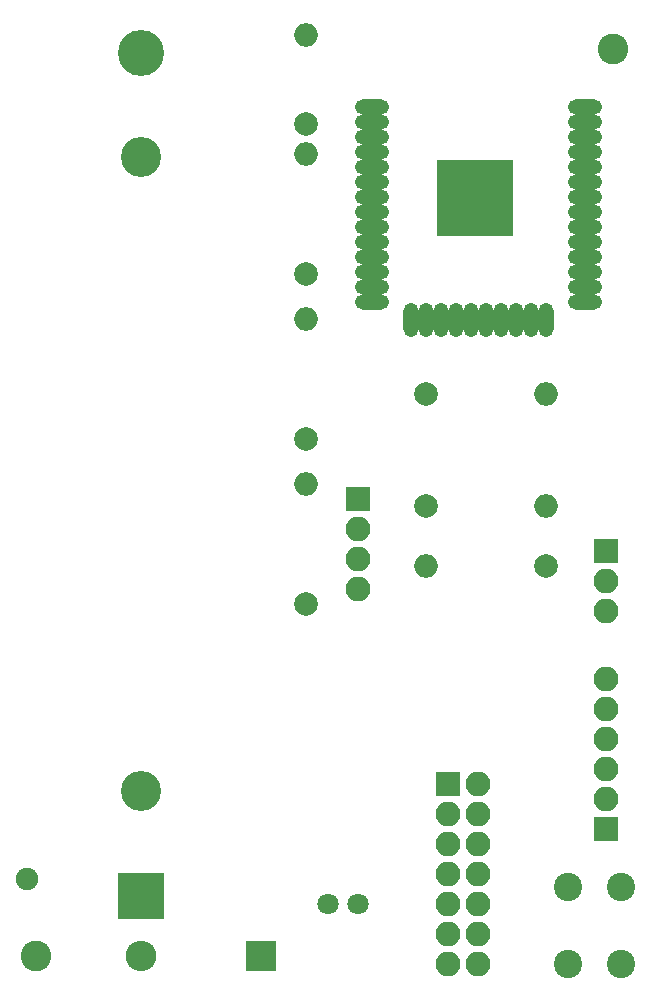
<source format=gts>
G04 #@! TF.GenerationSoftware,KiCad,Pcbnew,(5.0.0-3-g5ebb6b6)*
G04 #@! TF.CreationDate,2018-08-01T17:04:44+02:00*
G04 #@! TF.ProjectId,esp32-sensornode,65737033322D73656E736F726E6F6465,rev?*
G04 #@! TF.SameCoordinates,Original*
G04 #@! TF.FileFunction,Soldermask,Top*
G04 #@! TF.FilePolarity,Negative*
%FSLAX46Y46*%
G04 Gerber Fmt 4.6, Leading zero omitted, Abs format (unit mm)*
G04 Created by KiCad (PCBNEW (5.0.0-3-g5ebb6b6)) date Wednesday, 01. August 2018 um 17:04:44*
%MOMM*%
%LPD*%
G01*
G04 APERTURE LIST*
%ADD10C,2.600000*%
%ADD11C,3.900000*%
%ADD12R,3.900000X3.900000*%
%ADD13C,3.400000*%
%ADD14C,1.900000*%
%ADD15C,2.000000*%
%ADD16O,2.000000X2.000000*%
%ADD17C,1.800000*%
%ADD18R,2.600000X2.600000*%
%ADD19O,2.600000X2.600000*%
%ADD20R,2.100000X2.100000*%
%ADD21O,2.100000X2.100000*%
%ADD22O,2.900000X1.300000*%
%ADD23O,1.300000X2.900000*%
%ADD24R,6.400000X6.400000*%
%ADD25C,2.400000*%
G04 APERTURE END LIST*
D10*
G04 #@! TO.C,REF\002A\002A*
X180340000Y-130175000D03*
G04 #@! TD*
G04 #@! TO.C,REF\002A\002A*
X229235000Y-53340000D03*
G04 #@! TD*
D11*
G04 #@! TO.C,BT1*
X189280000Y-53650000D03*
D12*
X189280000Y-125050000D03*
D13*
X189280000Y-116200000D03*
X189280000Y-62500000D03*
D14*
X179580000Y-123600000D03*
G04 #@! TD*
D15*
G04 #@! TO.C,C1*
X203200000Y-59690000D03*
D16*
X203200000Y-52190000D03*
G04 #@! TD*
D17*
G04 #@! TO.C,C3*
X205105000Y-125730000D03*
X207605000Y-125730000D03*
G04 #@! TD*
D18*
G04 #@! TO.C,D1*
X199390000Y-130175000D03*
D19*
X189230000Y-130175000D03*
G04 #@! TD*
D20*
G04 #@! TO.C,J2*
X228600000Y-119380000D03*
D21*
X228600000Y-116840000D03*
X228600000Y-114300000D03*
X228600000Y-111760000D03*
X228600000Y-109220000D03*
X228600000Y-106680000D03*
G04 #@! TD*
D20*
G04 #@! TO.C,J3*
X207645000Y-91440000D03*
D21*
X207645000Y-93980000D03*
X207645000Y-96520000D03*
X207645000Y-99060000D03*
G04 #@! TD*
D20*
G04 #@! TO.C,J4*
X228600000Y-95885000D03*
D21*
X228600000Y-98425000D03*
X228600000Y-100965000D03*
G04 #@! TD*
D15*
G04 #@! TO.C,R1*
X203200000Y-72390000D03*
D16*
X203200000Y-62230000D03*
G04 #@! TD*
G04 #@! TO.C,R2*
X223520000Y-82550000D03*
D15*
X213360000Y-82550000D03*
G04 #@! TD*
D16*
G04 #@! TO.C,R3*
X223520000Y-92075000D03*
D15*
X213360000Y-92075000D03*
G04 #@! TD*
G04 #@! TO.C,R6*
X203200000Y-100330000D03*
D16*
X203200000Y-90170000D03*
G04 #@! TD*
D15*
G04 #@! TO.C,R7*
X203200000Y-86360000D03*
D16*
X203200000Y-76200000D03*
G04 #@! TD*
D22*
G04 #@! TO.C,U1*
X226805000Y-58250000D03*
X226805000Y-59520000D03*
X226805000Y-60790000D03*
X226805000Y-62060000D03*
X226805000Y-63330000D03*
X226805000Y-64600000D03*
X226805000Y-65870000D03*
X226805000Y-67140000D03*
X226805000Y-68410000D03*
X226805000Y-69680000D03*
X226805000Y-70950000D03*
X226805000Y-72220000D03*
X226805000Y-73490000D03*
X226805000Y-74760000D03*
D23*
X223520000Y-76250000D03*
X222250000Y-76250000D03*
X220980000Y-76250000D03*
X219710000Y-76250000D03*
X218440000Y-76250000D03*
X217170000Y-76250000D03*
X215900000Y-76250000D03*
X214630000Y-76250000D03*
X213360000Y-76250000D03*
X212090000Y-76250000D03*
D22*
X208805000Y-74760000D03*
X208805000Y-73490000D03*
X208805000Y-72220000D03*
X208805000Y-70950000D03*
X208805000Y-69680000D03*
X208805000Y-68410000D03*
X208805000Y-67140000D03*
X208805000Y-65870000D03*
X208805000Y-64600000D03*
X208805000Y-63330000D03*
X208805000Y-62060000D03*
X208805000Y-60790000D03*
X208805000Y-59520000D03*
X208805000Y-58250000D03*
D24*
X217505000Y-65950000D03*
G04 #@! TD*
D25*
G04 #@! TO.C,SW1*
X229925000Y-130810000D03*
X225425000Y-130810000D03*
X229925000Y-124310000D03*
X225425000Y-124310000D03*
G04 #@! TD*
D15*
G04 #@! TO.C,R8*
X223520000Y-97155000D03*
D16*
X213360000Y-97155000D03*
G04 #@! TD*
D20*
G04 #@! TO.C,J1*
X215265000Y-115570000D03*
D21*
X217805000Y-115570000D03*
X215265000Y-118110000D03*
X217805000Y-118110000D03*
X215265000Y-120650000D03*
X217805000Y-120650000D03*
X215265000Y-123190000D03*
X217805000Y-123190000D03*
X215265000Y-125730000D03*
X217805000Y-125730000D03*
X215265000Y-128270000D03*
X217805000Y-128270000D03*
X215265000Y-130810000D03*
X217805000Y-130810000D03*
G04 #@! TD*
M02*

</source>
